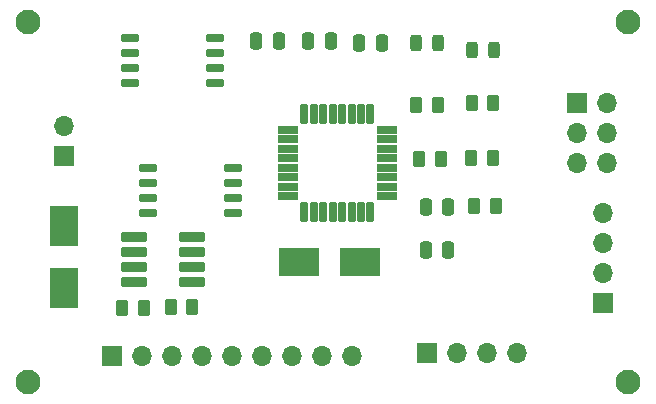
<source format=gts>
%TF.GenerationSoftware,KiCad,Pcbnew,7.99.0-4047-gfc85112a72*%
%TF.CreationDate,2024-01-03T20:56:00+03:00*%
%TF.ProjectId,Prj 3 MCU DataLogger,50726a20-3320-44d4-9355-20446174614c,Version-1*%
%TF.SameCoordinates,Original*%
%TF.FileFunction,Soldermask,Top*%
%TF.FilePolarity,Negative*%
%FSLAX46Y46*%
G04 Gerber Fmt 4.6, Leading zero omitted, Abs format (unit mm)*
G04 Created by KiCad (PCBNEW 7.99.0-4047-gfc85112a72) date 2024-01-03 20:56:00*
%MOMM*%
%LPD*%
G01*
G04 APERTURE LIST*
G04 Aperture macros list*
%AMRoundRect*
0 Rectangle with rounded corners*
0 $1 Rounding radius*
0 $2 $3 $4 $5 $6 $7 $8 $9 X,Y pos of 4 corners*
0 Add a 4 corners polygon primitive as box body*
4,1,4,$2,$3,$4,$5,$6,$7,$8,$9,$2,$3,0*
0 Add four circle primitives for the rounded corners*
1,1,$1+$1,$2,$3*
1,1,$1+$1,$4,$5*
1,1,$1+$1,$6,$7*
1,1,$1+$1,$8,$9*
0 Add four rect primitives between the rounded corners*
20,1,$1+$1,$2,$3,$4,$5,0*
20,1,$1+$1,$4,$5,$6,$7,0*
20,1,$1+$1,$6,$7,$8,$9,0*
20,1,$1+$1,$8,$9,$2,$3,0*%
G04 Aperture macros list end*
%ADD10R,1.700000X1.700000*%
%ADD11O,1.700000X1.700000*%
%ADD12RoundRect,0.243750X-0.243750X-0.456250X0.243750X-0.456250X0.243750X0.456250X-0.243750X0.456250X0*%
%ADD13RoundRect,0.250000X-0.262500X-0.450000X0.262500X-0.450000X0.262500X0.450000X-0.262500X0.450000X0*%
%ADD14RoundRect,0.250000X0.250000X0.475000X-0.250000X0.475000X-0.250000X-0.475000X0.250000X-0.475000X0*%
%ADD15RoundRect,0.250000X-0.250000X-0.475000X0.250000X-0.475000X0.250000X0.475000X-0.250000X0.475000X0*%
%ADD16RoundRect,0.052780X-0.784220X-0.324220X0.784220X-0.324220X0.784220X0.324220X-0.784220X0.324220X0*%
%ADD17RoundRect,0.135720X-0.241280X-0.701280X0.241280X-0.701280X0.241280X0.701280X-0.241280X0.701280X0*%
%ADD18R,3.500000X2.400000*%
%ADD19C,2.100000*%
%ADD20R,2.400000X3.500000*%
%ADD21RoundRect,0.150000X-0.650000X-0.150000X0.650000X-0.150000X0.650000X0.150000X-0.650000X0.150000X0*%
%ADD22RoundRect,0.250000X0.262500X0.450000X-0.262500X0.450000X-0.262500X-0.450000X0.262500X-0.450000X0*%
%ADD23RoundRect,0.055580X-1.031420X-0.341420X1.031420X-0.341420X1.031420X0.341420X-1.031420X0.341420X0*%
G04 APERTURE END LIST*
D10*
%TO.C,J4*%
X134264400Y-78282800D03*
D11*
X136804400Y-78282800D03*
X134264400Y-80822800D03*
X136804400Y-80822800D03*
X134264400Y-83362800D03*
X136804400Y-83362800D03*
%TD*%
D10*
%TO.C,J2*%
X121564400Y-99491800D03*
D11*
X124104400Y-99491800D03*
X126644400Y-99491800D03*
X129184400Y-99491800D03*
%TD*%
D12*
%TO.C,D2*%
X120639200Y-73202800D03*
X122514200Y-73202800D03*
%TD*%
D13*
%TO.C,R6*%
X120675000Y-78460600D03*
X122500000Y-78460600D03*
%TD*%
D14*
%TO.C,C2*%
X117739200Y-73177400D03*
X115839200Y-73177400D03*
%TD*%
D15*
%TO.C,C1*%
X107127000Y-73025000D03*
X109027000Y-73025000D03*
%TD*%
D13*
%TO.C,R7*%
X125374000Y-78308200D03*
X127199000Y-78308200D03*
%TD*%
D12*
%TO.C,D1*%
X125389000Y-73761600D03*
X127264000Y-73761600D03*
%TD*%
D16*
%TO.C,U4*%
X109831400Y-80567200D03*
X109831400Y-81367200D03*
X109831400Y-82167200D03*
X109831400Y-82967200D03*
X109831400Y-83767200D03*
X109831400Y-84567200D03*
X109831400Y-85367200D03*
X109831400Y-86167200D03*
D17*
X111201400Y-87537200D03*
X112001400Y-87537200D03*
X112801400Y-87537200D03*
X113601400Y-87537200D03*
X114401400Y-87537200D03*
X115201400Y-87537200D03*
X116001400Y-87537200D03*
X116801400Y-87537200D03*
D16*
X118171400Y-86167200D03*
X118171400Y-85367200D03*
X118171400Y-84567200D03*
X118171400Y-83767200D03*
X118171400Y-82967200D03*
X118171400Y-82167200D03*
X118171400Y-81367200D03*
X118171400Y-80567200D03*
D17*
X116801400Y-79197200D03*
X116001400Y-79197200D03*
X115201400Y-79197200D03*
X114401400Y-79197200D03*
X113601400Y-79197200D03*
X112801400Y-79197200D03*
X112001400Y-79197200D03*
X111201400Y-79197200D03*
%TD*%
D18*
%TO.C,Y1*%
X115909400Y-91744800D03*
X110709400Y-91744800D03*
%TD*%
D19*
%TO.C,H1*%
X87807800Y-71424800D03*
%TD*%
D10*
%TO.C,J1*%
X136474200Y-95189200D03*
D11*
X136474200Y-92649200D03*
X136474200Y-90109200D03*
X136474200Y-87569200D03*
%TD*%
D15*
%TO.C,C4*%
X121478000Y-90728800D03*
X123378000Y-90728800D03*
%TD*%
D13*
%TO.C,R4*%
X125579500Y-87045800D03*
X127404500Y-87045800D03*
%TD*%
%TO.C,R2*%
X99898200Y-95554800D03*
X101723200Y-95554800D03*
%TD*%
D14*
%TO.C,C5*%
X113421200Y-73025000D03*
X111521200Y-73025000D03*
%TD*%
D10*
%TO.C,BT1*%
X90855800Y-82732800D03*
D11*
X90855800Y-80192800D03*
%TD*%
D10*
%TO.C,J3*%
X94945200Y-99669600D03*
D11*
X97485200Y-99669600D03*
X100025200Y-99669600D03*
X102565200Y-99669600D03*
X105105200Y-99669600D03*
X107645200Y-99669600D03*
X110185200Y-99669600D03*
X112725200Y-99669600D03*
X115265200Y-99669600D03*
%TD*%
D20*
%TO.C,Y2*%
X90881200Y-93938400D03*
X90881200Y-88738400D03*
%TD*%
D19*
%TO.C,H4*%
X138633200Y-101904800D03*
%TD*%
D21*
%TO.C,U1*%
X97949200Y-83820000D03*
X97949200Y-85090000D03*
X97949200Y-86360000D03*
X97949200Y-87630000D03*
X105149200Y-87630000D03*
X105149200Y-86360000D03*
X105149200Y-85090000D03*
X105149200Y-83820000D03*
%TD*%
D19*
%TO.C,H2*%
X87807800Y-101904800D03*
%TD*%
D22*
%TO.C,R3*%
X122730900Y-83007200D03*
X120905900Y-83007200D03*
%TD*%
D13*
%TO.C,R5*%
X125350900Y-82931000D03*
X127175900Y-82931000D03*
%TD*%
D19*
%TO.C,H3*%
X138633200Y-71424800D03*
%TD*%
D22*
%TO.C,R1*%
X97610300Y-95605600D03*
X95785300Y-95605600D03*
%TD*%
D23*
%TO.C,U3*%
X96760600Y-89611200D03*
X96760600Y-90881200D03*
X96760600Y-92151200D03*
X96760600Y-93421200D03*
X101710600Y-93421200D03*
X101710600Y-92151200D03*
X101710600Y-90881200D03*
X101710600Y-89611200D03*
%TD*%
D21*
%TO.C,U2*%
X96476000Y-72745600D03*
X96476000Y-74015600D03*
X96476000Y-75285600D03*
X96476000Y-76555600D03*
X103676000Y-76555600D03*
X103676000Y-75285600D03*
X103676000Y-74015600D03*
X103676000Y-72745600D03*
%TD*%
D14*
%TO.C,C3*%
X123403400Y-87071200D03*
X121503400Y-87071200D03*
%TD*%
M02*

</source>
